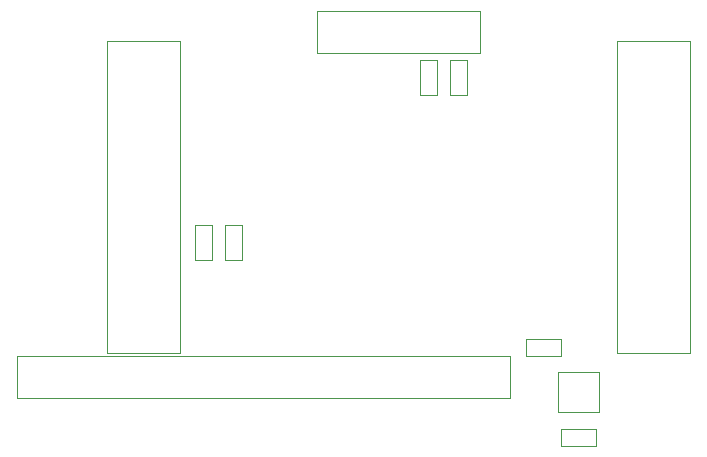
<source format=gbr>
G04 #@! TF.GenerationSoftware,KiCad,Pcbnew,5.1.10*
G04 #@! TF.CreationDate,2021-08-11T21:54:59-06:00*
G04 #@! TF.ProjectId,Speedometer-Top,53706565-646f-46d6-9574-65722d546f70,rev?*
G04 #@! TF.SameCoordinates,Original*
G04 #@! TF.FileFunction,Other,User*
%FSLAX46Y46*%
G04 Gerber Fmt 4.6, Leading zero omitted, Abs format (unit mm)*
G04 Created by KiCad (PCBNEW 5.1.10) date 2021-08-11 21:54:59*
%MOMM*%
%LPD*%
G01*
G04 APERTURE LIST*
%ADD10C,0.050000*%
G04 APERTURE END LIST*
D10*
G04 #@! TO.C,U2*
X41380000Y-15980000D02*
X41380000Y-19580000D01*
X55130000Y-15980000D02*
X41380000Y-15980000D01*
X55130000Y-19580000D02*
X55130000Y-15980000D01*
X41380000Y-19580000D02*
X55130000Y-19580000D01*
G04 #@! TO.C,R6*
X52610000Y-23070000D02*
X52610000Y-20110000D01*
X54070000Y-23070000D02*
X52610000Y-23070000D01*
X54070000Y-20110000D02*
X54070000Y-23070000D01*
X52610000Y-20110000D02*
X54070000Y-20110000D01*
G04 #@! TO.C,R5*
X50070000Y-23070000D02*
X50070000Y-20110000D01*
X51530000Y-23070000D02*
X50070000Y-23070000D01*
X51530000Y-20110000D02*
X51530000Y-23070000D01*
X50070000Y-20110000D02*
X51530000Y-20110000D01*
G04 #@! TO.C,J1*
X29750000Y-18520000D02*
X23600000Y-18520000D01*
X29750000Y-44970000D02*
X29750000Y-18520000D01*
X23600000Y-44970000D02*
X29750000Y-44970000D01*
X23600000Y-18520000D02*
X23600000Y-44970000D01*
G04 #@! TO.C,U1*
X15980000Y-48790000D02*
X57680000Y-48790000D01*
X57680000Y-48790000D02*
X57680000Y-45190000D01*
X57680000Y-45190000D02*
X15980000Y-45190000D01*
X15980000Y-45190000D02*
X15980000Y-48790000D01*
G04 #@! TO.C,R4*
X64980000Y-51340000D02*
X64980000Y-52800000D01*
X64980000Y-52800000D02*
X62020000Y-52800000D01*
X62020000Y-52800000D02*
X62020000Y-51340000D01*
X62020000Y-51340000D02*
X64980000Y-51340000D01*
G04 #@! TO.C,R3*
X59035000Y-45180000D02*
X59035000Y-43720000D01*
X59035000Y-43720000D02*
X61995000Y-43720000D01*
X61995000Y-43720000D02*
X61995000Y-45180000D01*
X61995000Y-45180000D02*
X59035000Y-45180000D01*
G04 #@! TO.C,R2*
X33560000Y-34080000D02*
X35020000Y-34080000D01*
X35020000Y-34080000D02*
X35020000Y-37040000D01*
X35020000Y-37040000D02*
X33560000Y-37040000D01*
X33560000Y-37040000D02*
X33560000Y-34080000D01*
G04 #@! TO.C,R1*
X32480000Y-37040000D02*
X31020000Y-37040000D01*
X31020000Y-37040000D02*
X31020000Y-34080000D01*
X31020000Y-34080000D02*
X32480000Y-34080000D01*
X32480000Y-34080000D02*
X32480000Y-37040000D01*
G04 #@! TO.C,Q1*
X61750000Y-49960000D02*
X61750000Y-46560000D01*
X61750000Y-46560000D02*
X65250000Y-46560000D01*
X65250000Y-46560000D02*
X65250000Y-49960000D01*
X65250000Y-49960000D02*
X61750000Y-49960000D01*
G04 #@! TO.C,J2*
X72930000Y-18520000D02*
X66780000Y-18520000D01*
X72930000Y-44970000D02*
X72930000Y-18520000D01*
X66780000Y-44970000D02*
X72930000Y-44970000D01*
X66780000Y-18520000D02*
X66780000Y-44970000D01*
G04 #@! TD*
M02*

</source>
